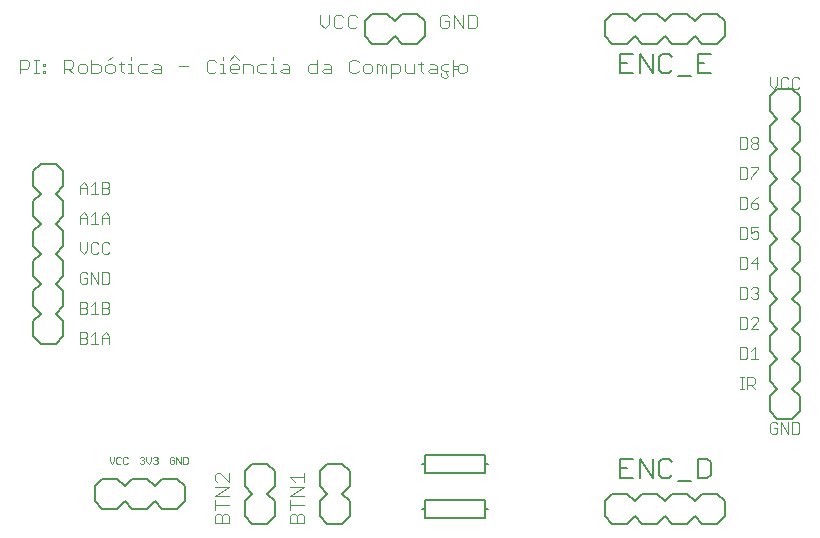
<source format=gto>
G75*
%MOIN*%
%OFA0B0*%
%FSLAX25Y25*%
%IPPOS*%
%LPD*%
%AMOC8*
5,1,8,0,0,1.08239X$1,22.5*
%
%ADD10C,0.00600*%
%ADD11C,0.00300*%
%ADD12C,0.00400*%
%ADD13C,0.00200*%
%ADD14C,0.00800*%
D10*
X0212100Y0022100D02*
X0216370Y0022100D01*
X0218545Y0022100D02*
X0218545Y0028505D01*
X0222816Y0022100D01*
X0222816Y0028505D01*
X0224991Y0027438D02*
X0224991Y0023168D01*
X0226059Y0022100D01*
X0228194Y0022100D01*
X0229261Y0023168D01*
X0231436Y0021032D02*
X0235707Y0021032D01*
X0237882Y0022100D02*
X0241085Y0022100D01*
X0242152Y0023168D01*
X0242152Y0027438D01*
X0241085Y0028505D01*
X0237882Y0028505D01*
X0237882Y0022100D01*
X0229261Y0027438D02*
X0228194Y0028505D01*
X0226059Y0028505D01*
X0224991Y0027438D01*
X0216370Y0028505D02*
X0212100Y0028505D01*
X0212100Y0022100D01*
X0212100Y0025303D02*
X0214235Y0025303D01*
X0231436Y0156032D02*
X0235707Y0156032D01*
X0237882Y0157100D02*
X0242152Y0157100D01*
X0240017Y0160303D02*
X0237882Y0160303D01*
X0237882Y0163505D02*
X0237882Y0157100D01*
X0229261Y0158168D02*
X0228194Y0157100D01*
X0226059Y0157100D01*
X0224991Y0158168D01*
X0224991Y0162438D01*
X0226059Y0163505D01*
X0228194Y0163505D01*
X0229261Y0162438D01*
X0222816Y0163505D02*
X0222816Y0157100D01*
X0218545Y0163505D01*
X0218545Y0157100D01*
X0216370Y0157100D02*
X0212100Y0157100D01*
X0212100Y0163505D01*
X0216370Y0163505D01*
X0214235Y0160303D02*
X0212100Y0160303D01*
X0237882Y0163505D02*
X0242152Y0163505D01*
D11*
X0261950Y0155653D02*
X0261950Y0153184D01*
X0263184Y0151950D01*
X0264419Y0153184D01*
X0264419Y0155653D01*
X0265633Y0155036D02*
X0265633Y0152567D01*
X0266250Y0151950D01*
X0267485Y0151950D01*
X0268102Y0152567D01*
X0269316Y0152567D02*
X0269933Y0151950D01*
X0271168Y0151950D01*
X0271785Y0152567D01*
X0269316Y0152567D02*
X0269316Y0155036D01*
X0269933Y0155653D01*
X0271168Y0155653D01*
X0271785Y0155036D01*
X0268102Y0155036D02*
X0267485Y0155653D01*
X0266250Y0155653D01*
X0265633Y0155036D01*
X0257485Y0135653D02*
X0258102Y0135036D01*
X0258102Y0134419D01*
X0257485Y0133802D01*
X0256250Y0133802D01*
X0255633Y0134419D01*
X0255633Y0135036D01*
X0256250Y0135653D01*
X0257485Y0135653D01*
X0257485Y0133802D02*
X0258102Y0133184D01*
X0258102Y0132567D01*
X0257485Y0131950D01*
X0256250Y0131950D01*
X0255633Y0132567D01*
X0255633Y0133184D01*
X0256250Y0133802D01*
X0254419Y0135036D02*
X0253802Y0135653D01*
X0251950Y0135653D01*
X0251950Y0131950D01*
X0253802Y0131950D01*
X0254419Y0132567D01*
X0254419Y0135036D01*
X0253802Y0125653D02*
X0251950Y0125653D01*
X0251950Y0121950D01*
X0253802Y0121950D01*
X0254419Y0122567D01*
X0254419Y0125036D01*
X0253802Y0125653D01*
X0255633Y0125653D02*
X0258102Y0125653D01*
X0258102Y0125036D01*
X0255633Y0122567D01*
X0255633Y0121950D01*
X0253802Y0115653D02*
X0251950Y0115653D01*
X0251950Y0111950D01*
X0253802Y0111950D01*
X0254419Y0112567D01*
X0254419Y0115036D01*
X0253802Y0115653D01*
X0255633Y0113802D02*
X0257485Y0113802D01*
X0258102Y0113184D01*
X0258102Y0112567D01*
X0257485Y0111950D01*
X0256250Y0111950D01*
X0255633Y0112567D01*
X0255633Y0113802D01*
X0256868Y0115036D01*
X0258102Y0115653D01*
X0258102Y0105653D02*
X0255633Y0105653D01*
X0255633Y0103802D01*
X0256868Y0104419D01*
X0257485Y0104419D01*
X0258102Y0103802D01*
X0258102Y0102567D01*
X0257485Y0101950D01*
X0256250Y0101950D01*
X0255633Y0102567D01*
X0254419Y0102567D02*
X0254419Y0105036D01*
X0253802Y0105653D01*
X0251950Y0105653D01*
X0251950Y0101950D01*
X0253802Y0101950D01*
X0254419Y0102567D01*
X0253802Y0095653D02*
X0251950Y0095653D01*
X0251950Y0091950D01*
X0253802Y0091950D01*
X0254419Y0092567D01*
X0254419Y0095036D01*
X0253802Y0095653D01*
X0255633Y0093802D02*
X0258102Y0093802D01*
X0257485Y0095653D02*
X0257485Y0091950D01*
X0255633Y0093802D02*
X0257485Y0095653D01*
X0257485Y0085653D02*
X0258102Y0085036D01*
X0258102Y0084419D01*
X0257485Y0083802D01*
X0258102Y0083184D01*
X0258102Y0082567D01*
X0257485Y0081950D01*
X0256250Y0081950D01*
X0255633Y0082567D01*
X0254419Y0082567D02*
X0254419Y0085036D01*
X0253802Y0085653D01*
X0251950Y0085653D01*
X0251950Y0081950D01*
X0253802Y0081950D01*
X0254419Y0082567D01*
X0256868Y0083802D02*
X0257485Y0083802D01*
X0257485Y0085653D02*
X0256250Y0085653D01*
X0255633Y0085036D01*
X0256250Y0075653D02*
X0255633Y0075036D01*
X0256250Y0075653D02*
X0257485Y0075653D01*
X0258102Y0075036D01*
X0258102Y0074419D01*
X0255633Y0071950D01*
X0258102Y0071950D01*
X0254419Y0072567D02*
X0254419Y0075036D01*
X0253802Y0075653D01*
X0251950Y0075653D01*
X0251950Y0071950D01*
X0253802Y0071950D01*
X0254419Y0072567D01*
X0253802Y0065653D02*
X0251950Y0065653D01*
X0251950Y0061950D01*
X0253802Y0061950D01*
X0254419Y0062567D01*
X0254419Y0065036D01*
X0253802Y0065653D01*
X0255633Y0064419D02*
X0256868Y0065653D01*
X0256868Y0061950D01*
X0258102Y0061950D02*
X0255633Y0061950D01*
X0256257Y0055653D02*
X0254405Y0055653D01*
X0254405Y0051950D01*
X0253184Y0051950D02*
X0251950Y0051950D01*
X0252567Y0051950D02*
X0252567Y0055653D01*
X0251950Y0055653D02*
X0253184Y0055653D01*
X0256257Y0055653D02*
X0256874Y0055036D01*
X0256874Y0053802D01*
X0256257Y0053184D01*
X0254405Y0053184D01*
X0255640Y0053184D02*
X0256874Y0051950D01*
X0262567Y0040653D02*
X0261950Y0040036D01*
X0261950Y0037567D01*
X0262567Y0036950D01*
X0263802Y0036950D01*
X0264419Y0037567D01*
X0264419Y0038802D01*
X0263184Y0038802D01*
X0264419Y0040036D02*
X0263802Y0040653D01*
X0262567Y0040653D01*
X0265633Y0040653D02*
X0268102Y0036950D01*
X0268102Y0040653D01*
X0269316Y0040653D02*
X0271168Y0040653D01*
X0271785Y0040036D01*
X0271785Y0037567D01*
X0271168Y0036950D01*
X0269316Y0036950D01*
X0269316Y0040653D01*
X0265633Y0040653D02*
X0265633Y0036950D01*
X0041785Y0066950D02*
X0041785Y0069419D01*
X0040551Y0070653D01*
X0039316Y0069419D01*
X0039316Y0066950D01*
X0038102Y0066950D02*
X0035633Y0066950D01*
X0036868Y0066950D02*
X0036868Y0070653D01*
X0035633Y0069419D01*
X0034419Y0069419D02*
X0033802Y0068802D01*
X0031950Y0068802D01*
X0031950Y0070653D02*
X0031950Y0066950D01*
X0033802Y0066950D01*
X0034419Y0067567D01*
X0034419Y0068184D01*
X0033802Y0068802D01*
X0034419Y0069419D02*
X0034419Y0070036D01*
X0033802Y0070653D01*
X0031950Y0070653D01*
X0039316Y0068802D02*
X0041785Y0068802D01*
X0041168Y0076950D02*
X0039316Y0076950D01*
X0039316Y0080653D01*
X0041168Y0080653D01*
X0041785Y0080036D01*
X0041785Y0079419D01*
X0041168Y0078802D01*
X0039316Y0078802D01*
X0041168Y0078802D02*
X0041785Y0078184D01*
X0041785Y0077567D01*
X0041168Y0076950D01*
X0038102Y0076950D02*
X0035633Y0076950D01*
X0036868Y0076950D02*
X0036868Y0080653D01*
X0035633Y0079419D01*
X0034419Y0079419D02*
X0033802Y0078802D01*
X0031950Y0078802D01*
X0031950Y0080653D02*
X0031950Y0076950D01*
X0033802Y0076950D01*
X0034419Y0077567D01*
X0034419Y0078184D01*
X0033802Y0078802D01*
X0034419Y0079419D02*
X0034419Y0080036D01*
X0033802Y0080653D01*
X0031950Y0080653D01*
X0032567Y0086950D02*
X0033802Y0086950D01*
X0034419Y0087567D01*
X0034419Y0088802D01*
X0033184Y0088802D01*
X0031950Y0090036D02*
X0031950Y0087567D01*
X0032567Y0086950D01*
X0035633Y0086950D02*
X0035633Y0090653D01*
X0038102Y0086950D01*
X0038102Y0090653D01*
X0039316Y0090653D02*
X0041168Y0090653D01*
X0041785Y0090036D01*
X0041785Y0087567D01*
X0041168Y0086950D01*
X0039316Y0086950D01*
X0039316Y0090653D01*
X0034419Y0090036D02*
X0033802Y0090653D01*
X0032567Y0090653D01*
X0031950Y0090036D01*
X0033184Y0096950D02*
X0034419Y0098184D01*
X0034419Y0100653D01*
X0035633Y0100036D02*
X0035633Y0097567D01*
X0036250Y0096950D01*
X0037485Y0096950D01*
X0038102Y0097567D01*
X0039316Y0097567D02*
X0039933Y0096950D01*
X0041168Y0096950D01*
X0041785Y0097567D01*
X0039316Y0097567D02*
X0039316Y0100036D01*
X0039933Y0100653D01*
X0041168Y0100653D01*
X0041785Y0100036D01*
X0038102Y0100036D02*
X0037485Y0100653D01*
X0036250Y0100653D01*
X0035633Y0100036D01*
X0031950Y0100653D02*
X0031950Y0098184D01*
X0033184Y0096950D01*
X0031950Y0106950D02*
X0031950Y0109419D01*
X0033184Y0110653D01*
X0034419Y0109419D01*
X0034419Y0106950D01*
X0035633Y0106950D02*
X0038102Y0106950D01*
X0039316Y0106950D02*
X0039316Y0109419D01*
X0040551Y0110653D01*
X0041785Y0109419D01*
X0041785Y0106950D01*
X0041785Y0108802D02*
X0039316Y0108802D01*
X0036868Y0110653D02*
X0036868Y0106950D01*
X0035633Y0109419D02*
X0036868Y0110653D01*
X0034419Y0108802D02*
X0031950Y0108802D01*
X0031950Y0116950D02*
X0031950Y0119419D01*
X0033184Y0120653D01*
X0034419Y0119419D01*
X0034419Y0116950D01*
X0035633Y0116950D02*
X0038102Y0116950D01*
X0039316Y0116950D02*
X0041168Y0116950D01*
X0041785Y0117567D01*
X0041785Y0118184D01*
X0041168Y0118802D01*
X0039316Y0118802D01*
X0039316Y0120653D02*
X0039316Y0116950D01*
X0036868Y0116950D02*
X0036868Y0120653D01*
X0035633Y0119419D01*
X0034419Y0118802D02*
X0031950Y0118802D01*
X0039316Y0120653D02*
X0041168Y0120653D01*
X0041785Y0120036D01*
X0041785Y0119419D01*
X0041168Y0118802D01*
D12*
X0041158Y0157000D02*
X0040391Y0157767D01*
X0040391Y0159302D01*
X0041158Y0160069D01*
X0042693Y0160069D01*
X0043460Y0159302D01*
X0043460Y0157767D01*
X0042693Y0157000D01*
X0041158Y0157000D01*
X0038856Y0157767D02*
X0038856Y0159302D01*
X0038089Y0160069D01*
X0035787Y0160069D01*
X0035787Y0161604D02*
X0035787Y0157000D01*
X0038089Y0157000D01*
X0038856Y0157767D01*
X0034252Y0157767D02*
X0034252Y0159302D01*
X0033485Y0160069D01*
X0031950Y0160069D01*
X0031183Y0159302D01*
X0031183Y0157767D01*
X0031950Y0157000D01*
X0033485Y0157000D01*
X0034252Y0157767D01*
X0029648Y0157000D02*
X0028114Y0158535D01*
X0028881Y0158535D02*
X0026579Y0158535D01*
X0026579Y0157000D02*
X0026579Y0161604D01*
X0028881Y0161604D01*
X0029648Y0160837D01*
X0029648Y0159302D01*
X0028881Y0158535D01*
X0020441Y0159302D02*
X0019673Y0159302D01*
X0019673Y0160069D01*
X0020441Y0160069D01*
X0020441Y0159302D01*
X0020441Y0157767D02*
X0019673Y0157767D01*
X0019673Y0157000D01*
X0020441Y0157000D01*
X0020441Y0157767D01*
X0018139Y0157000D02*
X0016604Y0157000D01*
X0017371Y0157000D02*
X0017371Y0161604D01*
X0016604Y0161604D02*
X0018139Y0161604D01*
X0015069Y0160837D02*
X0015069Y0159302D01*
X0014302Y0158535D01*
X0012000Y0158535D01*
X0012000Y0157000D02*
X0012000Y0161604D01*
X0014302Y0161604D01*
X0015069Y0160837D01*
X0041158Y0161604D02*
X0042693Y0162371D01*
X0044995Y0160069D02*
X0046529Y0160069D01*
X0045762Y0160837D02*
X0045762Y0157767D01*
X0046529Y0157000D01*
X0048064Y0157000D02*
X0049599Y0157000D01*
X0048831Y0157000D02*
X0048831Y0160069D01*
X0048064Y0160069D01*
X0048831Y0161604D02*
X0048831Y0162371D01*
X0051133Y0159302D02*
X0051901Y0160069D01*
X0054203Y0160069D01*
X0056505Y0160069D02*
X0058039Y0160069D01*
X0058807Y0159302D01*
X0058807Y0157000D01*
X0056505Y0157000D01*
X0055737Y0157767D01*
X0056505Y0158535D01*
X0058807Y0158535D01*
X0054203Y0157000D02*
X0051901Y0157000D01*
X0051133Y0157767D01*
X0051133Y0159302D01*
X0064945Y0159302D02*
X0068014Y0159302D01*
X0074153Y0160837D02*
X0074153Y0157767D01*
X0074920Y0157000D01*
X0076455Y0157000D01*
X0077222Y0157767D01*
X0078757Y0157000D02*
X0080292Y0157000D01*
X0079524Y0157000D02*
X0079524Y0160069D01*
X0078757Y0160069D01*
X0079524Y0161604D02*
X0079524Y0162371D01*
X0081826Y0161604D02*
X0083361Y0163139D01*
X0084895Y0161604D01*
X0084128Y0160069D02*
X0084895Y0159302D01*
X0084895Y0158535D01*
X0081826Y0158535D01*
X0081826Y0159302D02*
X0082593Y0160069D01*
X0084128Y0160069D01*
X0086430Y0160069D02*
X0088732Y0160069D01*
X0089499Y0159302D01*
X0089499Y0157000D01*
X0091034Y0157767D02*
X0091034Y0159302D01*
X0091801Y0160069D01*
X0094103Y0160069D01*
X0095638Y0160069D02*
X0096405Y0160069D01*
X0096405Y0157000D01*
X0095638Y0157000D02*
X0097173Y0157000D01*
X0098707Y0157767D02*
X0099475Y0158535D01*
X0101777Y0158535D01*
X0101777Y0159302D02*
X0101777Y0157000D01*
X0099475Y0157000D01*
X0098707Y0157767D01*
X0101009Y0160069D02*
X0101777Y0159302D01*
X0101009Y0160069D02*
X0099475Y0160069D01*
X0096405Y0161604D02*
X0096405Y0162371D01*
X0094103Y0157000D02*
X0091801Y0157000D01*
X0091034Y0157767D01*
X0086430Y0157000D02*
X0086430Y0160069D01*
X0084128Y0157000D02*
X0082593Y0157000D01*
X0081826Y0157767D01*
X0081826Y0159302D01*
X0077222Y0160837D02*
X0076455Y0161604D01*
X0074920Y0161604D01*
X0074153Y0160837D01*
X0107915Y0159302D02*
X0107915Y0157767D01*
X0108682Y0157000D01*
X0110984Y0157000D01*
X0110984Y0161604D01*
X0110984Y0160069D02*
X0108682Y0160069D01*
X0107915Y0159302D01*
X0112519Y0157767D02*
X0113286Y0158535D01*
X0115588Y0158535D01*
X0115588Y0159302D02*
X0115588Y0157000D01*
X0113286Y0157000D01*
X0112519Y0157767D01*
X0114821Y0160069D02*
X0115588Y0159302D01*
X0114821Y0160069D02*
X0113286Y0160069D01*
X0121727Y0160837D02*
X0121727Y0157767D01*
X0122494Y0157000D01*
X0124029Y0157000D01*
X0124796Y0157767D01*
X0126331Y0157767D02*
X0127098Y0157000D01*
X0128633Y0157000D01*
X0129400Y0157767D01*
X0129400Y0159302D01*
X0128633Y0160069D01*
X0127098Y0160069D01*
X0126331Y0159302D01*
X0126331Y0157767D01*
X0124796Y0160837D02*
X0124029Y0161604D01*
X0122494Y0161604D01*
X0121727Y0160837D01*
X0130935Y0160069D02*
X0130935Y0157000D01*
X0132469Y0157000D02*
X0132469Y0159302D01*
X0133237Y0160069D01*
X0134004Y0159302D01*
X0134004Y0157000D01*
X0135539Y0157000D02*
X0137841Y0157000D01*
X0138608Y0157767D01*
X0138608Y0159302D01*
X0137841Y0160069D01*
X0135539Y0160069D01*
X0135539Y0155465D01*
X0132469Y0159302D02*
X0131702Y0160069D01*
X0130935Y0160069D01*
X0140143Y0160069D02*
X0140143Y0157767D01*
X0140910Y0157000D01*
X0143212Y0157000D01*
X0143212Y0160069D01*
X0144746Y0160069D02*
X0146281Y0160069D01*
X0145514Y0160837D02*
X0145514Y0157767D01*
X0146281Y0157000D01*
X0147816Y0157767D02*
X0148583Y0158535D01*
X0150885Y0158535D01*
X0150885Y0159302D02*
X0150885Y0157000D01*
X0148583Y0157000D01*
X0147816Y0157767D01*
X0150118Y0160069D02*
X0150885Y0159302D01*
X0150118Y0160069D02*
X0148583Y0160069D01*
X0152420Y0159302D02*
X0152420Y0158535D01*
X0153187Y0157767D01*
X0154722Y0157767D01*
X0153954Y0157767D02*
X0153954Y0157000D01*
X0154722Y0156233D01*
X0153954Y0155465D01*
X0153187Y0155465D01*
X0152420Y0156233D01*
X0152420Y0157000D01*
X0152420Y0159302D02*
X0153187Y0160069D01*
X0154722Y0160069D01*
X0156256Y0159302D02*
X0157791Y0159302D01*
X0157791Y0157767D01*
X0158558Y0157000D01*
X0160093Y0157000D01*
X0160860Y0157767D01*
X0160860Y0159302D01*
X0160093Y0160069D01*
X0158558Y0160069D01*
X0157791Y0159302D01*
X0157791Y0158535D02*
X0156256Y0158535D01*
X0156256Y0156233D02*
X0156256Y0161604D01*
X0156604Y0172000D02*
X0156604Y0176604D01*
X0159673Y0172000D01*
X0159673Y0176604D01*
X0161208Y0176604D02*
X0163510Y0176604D01*
X0164277Y0175837D01*
X0164277Y0172767D01*
X0163510Y0172000D01*
X0161208Y0172000D01*
X0161208Y0176604D01*
X0155069Y0175837D02*
X0154302Y0176604D01*
X0152767Y0176604D01*
X0152000Y0175837D01*
X0152000Y0172767D01*
X0152767Y0172000D01*
X0154302Y0172000D01*
X0155069Y0172767D01*
X0155069Y0174302D01*
X0153535Y0174302D01*
X0124277Y0175837D02*
X0123510Y0176604D01*
X0121975Y0176604D01*
X0121208Y0175837D01*
X0121208Y0172767D01*
X0121975Y0172000D01*
X0123510Y0172000D01*
X0124277Y0172767D01*
X0119673Y0172767D02*
X0118906Y0172000D01*
X0117371Y0172000D01*
X0116604Y0172767D01*
X0116604Y0175837D01*
X0117371Y0176604D01*
X0118906Y0176604D01*
X0119673Y0175837D01*
X0115069Y0176604D02*
X0115069Y0173535D01*
X0113535Y0172000D01*
X0112000Y0173535D01*
X0112000Y0176604D01*
X0106600Y0023881D02*
X0106600Y0020812D01*
X0106600Y0022346D02*
X0101996Y0022346D01*
X0103531Y0020812D01*
X0101996Y0019277D02*
X0106600Y0019277D01*
X0101996Y0016208D01*
X0106600Y0016208D01*
X0106600Y0013139D02*
X0101996Y0013139D01*
X0101996Y0014673D02*
X0101996Y0011604D01*
X0102763Y0010069D02*
X0101996Y0009302D01*
X0101996Y0007000D01*
X0106600Y0007000D01*
X0106600Y0009302D01*
X0105833Y0010069D01*
X0105065Y0010069D01*
X0104298Y0009302D01*
X0104298Y0007000D01*
X0104298Y0009302D02*
X0103531Y0010069D01*
X0102763Y0010069D01*
X0081600Y0009302D02*
X0081600Y0007000D01*
X0076996Y0007000D01*
X0076996Y0009302D01*
X0077763Y0010069D01*
X0078531Y0010069D01*
X0079298Y0009302D01*
X0079298Y0007000D01*
X0079298Y0009302D02*
X0080065Y0010069D01*
X0080833Y0010069D01*
X0081600Y0009302D01*
X0076996Y0011604D02*
X0076996Y0014673D01*
X0076996Y0013139D02*
X0081600Y0013139D01*
X0081600Y0016208D02*
X0076996Y0016208D01*
X0081600Y0019277D01*
X0076996Y0019277D01*
X0077763Y0020812D02*
X0076996Y0021579D01*
X0076996Y0023114D01*
X0077763Y0023881D01*
X0078531Y0023881D01*
X0081600Y0020812D01*
X0081600Y0023881D01*
D13*
X0067788Y0027267D02*
X0067788Y0028735D01*
X0067421Y0029102D01*
X0066320Y0029102D01*
X0066320Y0026900D01*
X0067421Y0026900D01*
X0067788Y0027267D01*
X0065578Y0026900D02*
X0065578Y0029102D01*
X0064110Y0029102D02*
X0064110Y0026900D01*
X0063368Y0027267D02*
X0063368Y0028001D01*
X0062634Y0028001D01*
X0063368Y0028735D02*
X0063001Y0029102D01*
X0062267Y0029102D01*
X0061900Y0028735D01*
X0061900Y0027267D01*
X0062267Y0026900D01*
X0063001Y0026900D01*
X0063368Y0027267D01*
X0064110Y0029102D02*
X0065578Y0026900D01*
X0057788Y0027267D02*
X0057421Y0026900D01*
X0056687Y0026900D01*
X0056320Y0027267D01*
X0055578Y0027634D02*
X0054844Y0026900D01*
X0054110Y0027634D01*
X0054110Y0029102D01*
X0053368Y0028735D02*
X0053368Y0028368D01*
X0053001Y0028001D01*
X0053368Y0027634D01*
X0053368Y0027267D01*
X0053001Y0026900D01*
X0052267Y0026900D01*
X0051900Y0027267D01*
X0052634Y0028001D02*
X0053001Y0028001D01*
X0053368Y0028735D02*
X0053001Y0029102D01*
X0052267Y0029102D01*
X0051900Y0028735D01*
X0055578Y0029102D02*
X0055578Y0027634D01*
X0056320Y0028735D02*
X0056687Y0029102D01*
X0057421Y0029102D01*
X0057788Y0028735D01*
X0057788Y0028368D01*
X0057421Y0028001D01*
X0057788Y0027634D01*
X0057788Y0027267D01*
X0057421Y0028001D02*
X0057054Y0028001D01*
X0047788Y0028735D02*
X0047421Y0029102D01*
X0046687Y0029102D01*
X0046320Y0028735D01*
X0046320Y0027267D01*
X0046687Y0026900D01*
X0047421Y0026900D01*
X0047788Y0027267D01*
X0045578Y0027267D02*
X0045211Y0026900D01*
X0044477Y0026900D01*
X0044110Y0027267D01*
X0044110Y0028735D01*
X0044477Y0029102D01*
X0045211Y0029102D01*
X0045578Y0028735D01*
X0043368Y0029102D02*
X0043368Y0027634D01*
X0042634Y0026900D01*
X0041900Y0027634D01*
X0041900Y0029102D01*
D14*
X0036800Y0014300D02*
X0039300Y0011800D01*
X0044300Y0011800D01*
X0046800Y0014300D01*
X0049300Y0011800D01*
X0054300Y0011800D01*
X0056800Y0014300D01*
X0059300Y0011800D01*
X0064300Y0011800D01*
X0066800Y0014300D01*
X0066800Y0019300D01*
X0064300Y0021800D01*
X0059300Y0021800D01*
X0056800Y0019300D01*
X0054300Y0021800D01*
X0049300Y0021800D01*
X0046800Y0019300D01*
X0044300Y0021800D01*
X0039300Y0021800D01*
X0036800Y0019300D01*
X0036800Y0014300D01*
X0086800Y0014300D02*
X0086800Y0009300D01*
X0089300Y0006800D01*
X0094300Y0006800D01*
X0096800Y0009300D01*
X0096800Y0014300D01*
X0094300Y0016800D01*
X0096800Y0019300D01*
X0096800Y0024300D01*
X0094300Y0026800D01*
X0089300Y0026800D01*
X0086800Y0024300D01*
X0086800Y0019300D01*
X0089300Y0016800D01*
X0086800Y0014300D01*
X0111800Y0014300D02*
X0111800Y0009300D01*
X0114300Y0006800D01*
X0119300Y0006800D01*
X0121800Y0009300D01*
X0121800Y0014300D01*
X0119300Y0016800D01*
X0121800Y0019300D01*
X0121800Y0024300D01*
X0119300Y0026800D01*
X0114300Y0026800D01*
X0111800Y0024300D01*
X0111800Y0019300D01*
X0114300Y0016800D01*
X0111800Y0014300D01*
X0145800Y0011800D02*
X0146800Y0011800D01*
X0146800Y0014800D01*
X0166800Y0014800D01*
X0166800Y0011800D01*
X0167800Y0011800D01*
X0166800Y0011800D02*
X0166800Y0008800D01*
X0146800Y0008800D01*
X0146800Y0011800D01*
X0146800Y0023800D02*
X0146800Y0026800D01*
X0145800Y0026800D01*
X0146800Y0026800D02*
X0146800Y0029800D01*
X0166800Y0029800D01*
X0166800Y0026800D01*
X0167800Y0026800D01*
X0166800Y0026800D02*
X0166800Y0023800D01*
X0146800Y0023800D01*
X0206800Y0014300D02*
X0206800Y0009300D01*
X0209300Y0006800D01*
X0214300Y0006800D01*
X0216800Y0009300D01*
X0219300Y0006800D01*
X0224300Y0006800D01*
X0226800Y0009300D01*
X0229300Y0006800D01*
X0234300Y0006800D01*
X0236800Y0009300D01*
X0239300Y0006800D01*
X0244300Y0006800D01*
X0246800Y0009300D01*
X0246800Y0014300D01*
X0244300Y0016800D01*
X0239300Y0016800D01*
X0236800Y0014300D01*
X0234300Y0016800D01*
X0229300Y0016800D01*
X0226800Y0014300D01*
X0224300Y0016800D01*
X0219300Y0016800D01*
X0216800Y0014300D01*
X0214300Y0016800D01*
X0209300Y0016800D01*
X0206800Y0014300D01*
X0261800Y0044300D02*
X0261800Y0049300D01*
X0264300Y0051800D01*
X0261800Y0054300D01*
X0261800Y0059300D01*
X0264300Y0061800D01*
X0261800Y0064300D01*
X0261800Y0069300D01*
X0264300Y0071800D01*
X0261800Y0074300D01*
X0261800Y0079300D01*
X0264300Y0081800D01*
X0261800Y0084300D01*
X0261800Y0089300D01*
X0264300Y0091800D01*
X0261800Y0094300D01*
X0261800Y0099300D01*
X0264300Y0101800D01*
X0261800Y0104300D01*
X0261800Y0109300D01*
X0264300Y0111800D01*
X0261800Y0114300D01*
X0261800Y0119300D01*
X0264300Y0121800D01*
X0261800Y0124300D01*
X0261800Y0129300D01*
X0264300Y0131800D01*
X0261800Y0134300D01*
X0261800Y0139300D01*
X0264300Y0141800D01*
X0261800Y0144300D01*
X0261800Y0149300D01*
X0264300Y0151800D01*
X0269300Y0151800D01*
X0271800Y0149300D01*
X0271800Y0144300D01*
X0269300Y0141800D01*
X0271800Y0139300D01*
X0271800Y0134300D01*
X0269300Y0131800D01*
X0271800Y0129300D01*
X0271800Y0124300D01*
X0269300Y0121800D01*
X0271800Y0119300D01*
X0271800Y0114300D01*
X0269300Y0111800D01*
X0271800Y0109300D01*
X0271800Y0104300D01*
X0269300Y0101800D01*
X0271800Y0099300D01*
X0271800Y0094300D01*
X0269300Y0091800D01*
X0271800Y0089300D01*
X0271800Y0084300D01*
X0269300Y0081800D01*
X0271800Y0079300D01*
X0271800Y0074300D01*
X0269300Y0071800D01*
X0271800Y0069300D01*
X0271800Y0064300D01*
X0269300Y0061800D01*
X0271800Y0059300D01*
X0271800Y0054300D01*
X0269300Y0051800D01*
X0271800Y0049300D01*
X0271800Y0044300D01*
X0269300Y0041800D01*
X0264300Y0041800D01*
X0261800Y0044300D01*
X0244300Y0166800D02*
X0239300Y0166800D01*
X0236800Y0169300D01*
X0234300Y0166800D01*
X0229300Y0166800D01*
X0226800Y0169300D01*
X0224300Y0166800D01*
X0219300Y0166800D01*
X0216800Y0169300D01*
X0214300Y0166800D01*
X0209300Y0166800D01*
X0206800Y0169300D01*
X0206800Y0174300D01*
X0209300Y0176800D01*
X0214300Y0176800D01*
X0216800Y0174300D01*
X0219300Y0176800D01*
X0224300Y0176800D01*
X0226800Y0174300D01*
X0229300Y0176800D01*
X0234300Y0176800D01*
X0236800Y0174300D01*
X0239300Y0176800D01*
X0244300Y0176800D01*
X0246800Y0174300D01*
X0246800Y0169300D01*
X0244300Y0166800D01*
X0146800Y0169300D02*
X0146800Y0174300D01*
X0144300Y0176800D01*
X0139300Y0176800D01*
X0136800Y0174300D01*
X0134300Y0176800D01*
X0129300Y0176800D01*
X0126800Y0174300D01*
X0126800Y0169300D01*
X0129300Y0166800D01*
X0134300Y0166800D01*
X0136800Y0169300D01*
X0139300Y0166800D01*
X0144300Y0166800D01*
X0146800Y0169300D01*
X0026300Y0124300D02*
X0026300Y0119300D01*
X0023800Y0116800D01*
X0026300Y0114300D01*
X0026300Y0109300D01*
X0023800Y0106800D01*
X0026300Y0104300D01*
X0026300Y0099300D01*
X0023800Y0096800D01*
X0026300Y0094300D01*
X0026300Y0089300D01*
X0023800Y0086800D01*
X0026300Y0084300D01*
X0026300Y0079300D01*
X0023800Y0076800D01*
X0026300Y0074300D01*
X0026300Y0069300D01*
X0023800Y0066800D01*
X0018800Y0066800D01*
X0016300Y0069300D01*
X0016300Y0074300D01*
X0018800Y0076800D01*
X0016300Y0079300D01*
X0016300Y0084300D01*
X0018800Y0086800D01*
X0016300Y0089300D01*
X0016300Y0094300D01*
X0018800Y0096800D01*
X0016300Y0099300D01*
X0016300Y0104300D01*
X0018800Y0106800D01*
X0016300Y0109300D01*
X0016300Y0114300D01*
X0018800Y0116800D01*
X0016300Y0119300D01*
X0016300Y0124300D01*
X0018800Y0126800D01*
X0023800Y0126800D01*
X0026300Y0124300D01*
M02*

</source>
